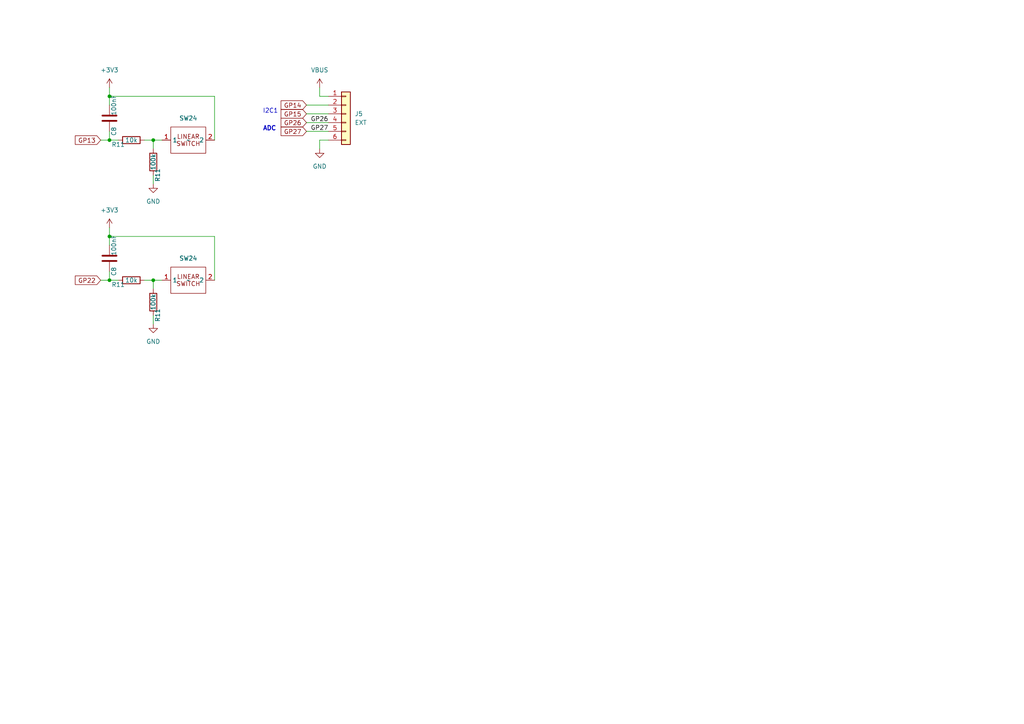
<source format=kicad_sch>
(kicad_sch (version 20230121) (generator eeschema)
  (paper "A4")
  (lib_symbols
    (symbol "Connector_Generic:Conn_01x06" (pin_names (offset 1.016) hide)
      (property "Reference" "J" (at 0 7.62 0))
      (property "Value" "Conn_01x06" (at 0 -10.16 0))
      (symbol "Conn_01x06_1_1"
        (rectangle (start -1.27 -7.493) (end 0 -7.747) (stroke (width 0.1524)))
        (rectangle (start -1.27 -4.953) (end 0 -5.207) (stroke (width 0.1524)))
        (rectangle (start -1.27 -2.413) (end 0 -2.667) (stroke (width 0.1524)))
        (rectangle (start -1.27 0.127) (end 0 -0.127) (stroke (width 0.1524)))
        (rectangle (start -1.27 2.667) (end 0 2.413) (stroke (width 0.1524)))
        (rectangle (start -1.27 5.207) (end 0 4.953) (stroke (width 0.1524)))
        (rectangle (start -1.27 6.35) (end 1.27 -8.89) (stroke (width 0.254)) (fill (type background)))
        (pin passive line (at -5.08 5.08 0) (length 3.81) (name "Pin_1") (number "1"))
        (pin passive line (at -5.08 2.54 0) (length 3.81) (name "Pin_2") (number "2"))
        (pin passive line (at -5.08 0 0) (length 3.81) (name "Pin_3") (number "3"))
        (pin passive line (at -5.08 -2.54 0) (length 3.81) (name "Pin_4") (number "4"))
        (pin passive line (at -5.08 -5.08 0) (length 3.81) (name "Pin_5") (number "5"))
        (pin passive line (at -5.08 -7.62 0) (length 3.81) (name "Pin_6") (number "6"))
      )
    )
    (symbol "Device:C" (pin_numbers hide) (pin_names (offset 0.254))
      (property "Reference" "C" (at 0.635 2.54 0))
      (property "Value" "C" (at 0.635 -2.54 0))
      (symbol "C_0_1"
        (polyline (pts (xy -2.032 -0.762) (xy 2.032 -0.762)) (stroke (width 0.508)))
        (polyline (pts (xy -2.032 0.762) (xy 2.032 0.762)) (stroke (width 0.508)))
      )
      (symbol "C_1_1"
        (pin passive line (at 0 3.81 270) (length 2.794) (name "~") (number "1"))
        (pin passive line (at 0 -3.81 90) (length 2.794) (name "~") (number "2"))
      )
    )
    (symbol "Device:R" (pin_numbers hide) (pin_names (offset 0))
      (property "Reference" "R" (at 2.032 0 90))
      (property "Value" "R" (at 0 0 90))
      (symbol "R_0_1"
        (rectangle (start -1.016 -2.54) (end 1.016 2.54) (stroke (width 0.254)))
      )
      (symbol "R_1_1"
        (pin passive line (at 0 3.81 270) (length 1.27) (name "~") (number "1"))
        (pin passive line (at 0 -3.81 90) (length 1.27) (name "~") (number "2"))
      )
    )
    (symbol "Keyboard:Linear_Switch"
      (property "Reference" "SW?" (at 0 -5.08 0))
      (symbol "Linear_Switch_0_1"
        (rectangle (start -5.08 3.81) (end 5.08 -3.81))
      )
      (symbol "Linear_Switch_1_1"
        (text "LINEAR\nSWITCH" (at 0 0 0) (effects (font (size 1.27 1.27))))
        (pin input line (at -7.62 0 0) (length 2.54) (name "1") (number "1"))
        (pin input line (at 7.62 0 180) (length 2.54) (name "2") (number "2"))
      )
    )
    (symbol "power:+3V3" (power) (pin_names (offset 0))
      (property "Value" "+3V3" (at 0 3.556 0))
      (symbol "+3V3_0_1"
        (polyline (pts (xy -0.762 1.27) (xy 0 2.54)))
        (polyline (pts (xy 0 0) (xy 0 2.54)))
        (polyline (pts (xy 0 2.54) (xy 0.762 1.27)))
      )
      (symbol "+3V3_1_1"
        (pin power_in line (at 0 0 90) (length 0) hide (name "+3V3") (number "1"))
      )
    )
    (symbol "power:GND" (power) (pin_names (offset 0))
      (property "Value" "GND" (at 0 -3.81 0))
      (symbol "GND_0_1"
        (polyline (pts (xy 0 0) (xy 0 -1.27) (xy 1.27 -1.27) (xy 0 -2.54) (xy -1.27 -1.27) (xy 0 -1.27)))
      )
      (symbol "GND_1_1"
        (pin power_in line (at 0 0 270) (length 0) hide (name "GND") (number "1"))
      )
    )
    (symbol "power:VBUS" (power) (pin_names (offset 0))
      (property "Value" "VBUS" (at 0 3.81 0))
      (symbol "VBUS_0_1"
        (polyline (pts (xy -0.762 1.27) (xy 0 2.54)))
        (polyline (pts (xy 0 0) (xy 0 2.54)))
        (polyline (pts (xy 0 2.54) (xy 0.762 1.27)))
      )
      (symbol "VBUS_1_1"
        (pin power_in line (at 0 0 90) (length 0) hide (name "VBUS") (number "1"))
      )
    )
  )
  (junction (at 31.75 27.94))
  (junction (at 31.75 40.64))
  (junction (at 31.75 81.28))
  (junction (at 44.45 81.28))
  (junction (at 31.75 68.58))
  (junction (at 44.45 40.64))
  (wire (pts (xy 95.25 35.56) (xy 88.9 35.56)))
  (wire (pts (xy 88.9 33.02) (xy 95.25 33.02)))
  (wire (pts (xy 95.25 38.1) (xy 88.9 38.1)))
  (wire (pts (xy 31.75 81.28) (xy 34.29 81.28)))
  (wire (pts (xy 44.45 40.64) (xy 46.99 40.64)))
  (wire (pts (xy 44.45 83.82) (xy 44.45 81.28)))
  (wire (pts (xy 31.75 27.94) (xy 62.23 27.94)))
  (wire (pts (xy 29.21 40.64) (xy 31.75 40.64)))
  (wire (pts (xy 31.75 66.04) (xy 31.75 68.58)))
  (wire (pts (xy 31.75 25.4) (xy 31.75 27.94)))
  (wire (pts (xy 31.75 27.94) (xy 31.75 30.48)))
  (wire (pts (xy 31.75 78.74) (xy 31.75 81.28)))
  (wire (pts (xy 62.23 27.94) (xy 62.23 40.64)))
  (wire (pts (xy 41.91 81.28) (xy 44.45 81.28)))
  (wire (pts (xy 31.75 40.64) (xy 34.29 40.64)))
  (wire (pts (xy 62.23 68.58) (xy 62.23 81.28)))
  (wire (pts (xy 41.91 40.64) (xy 44.45 40.64)))
  (wire (pts (xy 88.9 30.48) (xy 95.25 30.48)))
  (wire (pts (xy 44.45 91.44) (xy 44.45 93.98)))
  (wire (pts (xy 31.75 38.1) (xy 31.75 40.64)))
  (wire (pts (xy 92.71 25.4) (xy 92.71 27.94)))
  (wire (pts (xy 44.45 43.18) (xy 44.45 40.64)))
  (wire (pts (xy 31.75 68.58) (xy 31.75 71.12)))
  (wire (pts (xy 31.75 68.58) (xy 62.23 68.58)))
  (wire (pts (xy 92.71 40.64) (xy 92.71 43.18)))
  (wire (pts (xy 44.45 81.28) (xy 46.99 81.28)))
  (wire (pts (xy 44.45 50.8) (xy 44.45 53.34)))
  (wire (pts (xy 92.71 40.64) (xy 95.25 40.64)))
  (wire (pts (xy 92.71 27.94) (xy 95.25 27.94)))
  (wire (pts (xy 29.21 81.28) (xy 31.75 81.28)))
  (text "ADC" (at 76.2 38.1 0) (effects (font (size 1.27 1.27) bold) (justify left bottom)))
  (text "I2C1" (at 76.2 33.02 0) (effects (font (size 1.27 1.27)) (justify left bottom)))
  (label "GP27" (at 95.25 38.1 180))
  (label "GP26" (at 95.25 35.56 180))
  (global_label "GP27" (shape input) (at 88.9 38.1 180) (property "Intersheetrefs" "${INTERSHEET_REFS}" (effects hide)))
  (global_label "GP13" (shape input) (at 29.21 40.64 180) (property "Intersheetrefs" "${INTERSHEET_REFS}" (effects hide)))
  (global_label "GP22" (shape input) (at 29.21 81.28 180) (property "Intersheetrefs" "${INTERSHEET_REFS}" (effects hide)))
  (global_label "GP26" (shape input) (at 88.9 35.56 180) (property "Intersheetrefs" "${INTERSHEET_REFS}" (effects hide)))
  (global_label "GP15" (shape input) (at 88.9 33.02 180) (property "Intersheetrefs" "${INTERSHEET_REFS}" (effects hide)))
  (global_label "GP14" (shape input) (at 88.9 30.48 180) (property "Intersheetrefs" "${INTERSHEET_REFS}" (effects hide)))
  (symbol (lib_id "power:VBUS") (at 92.71 25.4 0) (unit 1)
    (property "Reference" "#PWR049" (effects hide))
    (property "Value" "VBUS" (at 92.71 20.32 0))
  )
  (symbol (lib_id "Device:C") (at 31.75 74.93 0) (mirror x) (unit 1)
    (property "Reference" "C8" (at 33.02 78.74 90))
    (property "Value" "100nF" (at 33.02 71.12 90))
    (property "Footprint" "Capacitor_SMD:C_0603_1608Metric" (effects hide))
    (instances (project "RP2040_TB" (path "" (reference "C8") (unit 1))) (project "RP2040_KBD" (path "" (reference "C10") (unit 1)) (path "" (reference "C22") (unit 1))))
  )
  (symbol (lib_id "Connector_Generic:Conn_01x06") (at 100.33 33.02 0) (unit 1) (on_board no)
    (property "Reference" "J5" (at 102.87 33.02 0) (effects (justify left)))
    (property "Value" "EXT" (at 102.87 35.56 0) (effects (justify left)))
    (property "Footprint" "Connector_PinHeader_2.54mm:PinHeader_1x06_P2.54mm_Horizontal" (effects hide))
  )
  (symbol (lib_id "Device:R") (at 44.45 87.63 0) (mirror x) (unit 1)
    (property "Reference" "R11" (at 45.72 91.44 90))
    (property "Value" "100k" (at 44.45 87.63 90))
    (property "Footprint" "Resistor_SMD:R_0603_1608Metric" (effects hide))
    (instances (project "RP2040_TB" (path "" (reference "R11") (unit 1))) (project "RP2040_KBD" (path "" (reference "R13") (unit 1)) (path "" (reference "R33") (unit 1))))
  )
  (symbol (lib_id "Keyboard:Linear_Switch") (at 54.61 81.28 0) (unit 1)
    (property "Reference" "SW24" (at 54.61 74.93 0))
    (property "Value" "~" (at 54.61 81.28 0))
    (property "Footprint" "Keyboard_SW:Kailh_socket_MX_optional_reversible" (effects hide))
    (instances (project "RP2040_KBD" (path "" (reference "SW24") (unit 1)) (path "" (reference "SW25") (unit 1))))
  )
  (symbol (lib_id "power:GND") (at 44.45 53.34 0) (unit 1)
    (property "Reference" "#PWR016" (effects hide))
    (property "Value" "GND" (at 44.45 58.42 0))
    (instances (project "RP2040_TB" (path "" (reference "#PWR016") (unit 1))) (project "RP2040_KBD" (path "" (reference "#PWR017") (unit 1)) (path "" (reference "#PWR047") (unit 1))))
  )
  (symbol (lib_id "power:GND") (at 92.71 43.18 0) (unit 1)
    (property "Reference" "#PWR016" (effects hide))
    (property "Value" "GND" (at 92.71 48.26 0))
    (instances (project "RP2040_TB" (path "" (reference "#PWR016") (unit 1))) (project "RP2040_KBD" (path "" (reference "#PWR017") (unit 1)) (path "" (reference "#PWR050") (unit 1))))
  )
  (symbol (lib_id "power:GND") (at 44.45 93.98 0) (unit 1)
    (property "Reference" "#PWR016" (effects hide))
    (property "Value" "GND" (at 44.45 99.06 0))
    (instances (project "RP2040_TB" (path "" (reference "#PWR016") (unit 1))) (project "RP2040_KBD" (path "" (reference "#PWR017") (unit 1)) (path "" (reference "#PWR048") (unit 1))))
  )
  (symbol (lib_id "Device:R") (at 44.45 46.99 0) (mirror x) (unit 1)
    (property "Reference" "R11" (at 45.72 50.8 90))
    (property "Value" "100k" (at 44.45 46.99 90))
    (property "Footprint" "Resistor_SMD:R_0603_1608Metric" (effects hide))
    (instances (project "RP2040_TB" (path "" (reference "R11") (unit 1))) (project "RP2040_KBD" (path "" (reference "R13") (unit 1)) (path "" (reference "R32") (unit 1))))
  )
  (symbol (lib_id "Keyboard:Linear_Switch") (at 54.61 40.64 0) (unit 1)
    (property "Reference" "SW24" (at 54.61 34.29 0))
    (property "Value" "~" (at 54.61 40.64 0))
    (property "Footprint" "Keyboard_SW:Kailh_socket_MX_optional_reversible" (effects hide))
  )
  (symbol (lib_id "Device:C") (at 31.75 34.29 0) (mirror x) (unit 1)
    (property "Reference" "C8" (at 33.02 38.1 90))
    (property "Value" "100nF" (at 33.02 30.48 90))
    (property "Footprint" "Capacitor_SMD:C_0603_1608Metric" (effects hide))
    (instances (project "RP2040_TB" (path "" (reference "C8") (unit 1))) (project "RP2040_KBD" (path "" (reference "C10") (unit 1)) (path "" (reference "C21") (unit 1))))
  )
  (symbol (lib_id "Device:R") (at 38.1 81.28 90) (mirror x) (unit 1)
    (property "Reference" "R11" (at 34.29 82.55 90))
    (property "Value" "10k" (at 38.1 81.28 90))
    (property "Footprint" "Resistor_SMD:R_0603_1608Metric" (effects hide))
    (instances (project "RP2040_TB" (path "" (reference "R11") (unit 1))) (project "RP2040_KBD" (path "" (reference "R13") (unit 1)) (path "" (reference "R31") (unit 1))))
  )
  (symbol (lib_id "power:+3V3") (at 31.75 66.04 0) (unit 1)
    (property "Reference" "#PWR015" (effects hide))
    (property "Value" "+3V3" (at 31.75 60.96 0))
    (instances (project "RP2040_TB" (path "" (reference "#PWR015") (unit 1))) (project "RP2040_KBD" (path "" (reference "#PWR015") (unit 1)) (path "" (reference "#PWR046") (unit 1))))
  )
  (symbol (lib_id "Device:R") (at 38.1 40.64 90) (mirror x) (unit 1)
    (property "Reference" "R11" (at 34.29 41.91 90))
    (property "Value" "10k" (at 38.1 40.64 90))
    (property "Footprint" "Resistor_SMD:R_0603_1608Metric" (effects hide))
    (instances (project "RP2040_TB" (path "" (reference "R11") (unit 1))) (project "RP2040_KBD" (path "" (reference "R13") (unit 1)) (path "" (reference "R30") (unit 1))))
  )
  (symbol (lib_id "power:+3V3") (at 31.75 25.4 0) (unit 1)
    (property "Reference" "#PWR015" (effects hide))
    (property "Value" "+3V3" (at 31.75 20.32 0))
    (instances (project "RP2040_TB" (path "" (reference "#PWR015") (unit 1))) (project "RP2040_KBD" (path "" (reference "#PWR015") (unit 1)) (path "" (reference "#PWR044") (unit 1))))
  )
)
</source>
